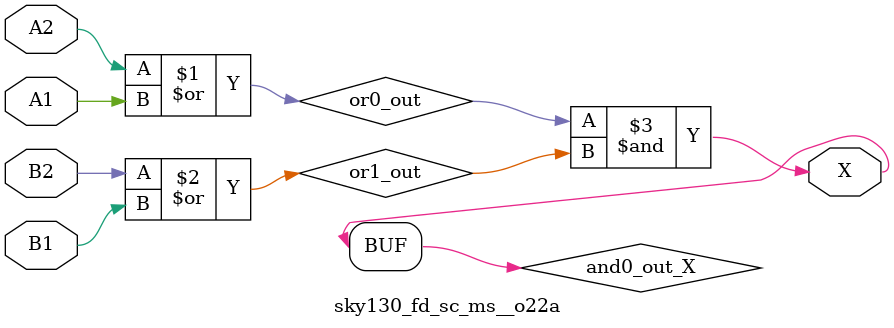
<source format=v>
/*
 * Copyright 2020 The SkyWater PDK Authors
 *
 * Licensed under the Apache License, Version 2.0 (the "License");
 * you may not use this file except in compliance with the License.
 * You may obtain a copy of the License at
 *
 *     https://www.apache.org/licenses/LICENSE-2.0
 *
 * Unless required by applicable law or agreed to in writing, software
 * distributed under the License is distributed on an "AS IS" BASIS,
 * WITHOUT WARRANTIES OR CONDITIONS OF ANY KIND, either express or implied.
 * See the License for the specific language governing permissions and
 * limitations under the License.
 *
 * SPDX-License-Identifier: Apache-2.0
*/


`ifndef SKY130_FD_SC_MS__O22A_FUNCTIONAL_V
`define SKY130_FD_SC_MS__O22A_FUNCTIONAL_V

/**
 * o22a: 2-input OR into both inputs of 2-input AND.
 *
 *       X = ((A1 | A2) & (B1 | B2))
 *
 * Verilog simulation functional model.
 */

`timescale 1ns / 1ps
`default_nettype none

`celldefine
module sky130_fd_sc_ms__o22a (
    X ,
    A1,
    A2,
    B1,
    B2
);

    // Module ports
    output X ;
    input  A1;
    input  A2;
    input  B1;
    input  B2;

    // Local signals
    wire or0_out   ;
    wire or1_out   ;
    wire and0_out_X;

    //  Name  Output      Other arguments
    or  or0  (or0_out   , A2, A1          );
    or  or1  (or1_out   , B2, B1          );
    and and0 (and0_out_X, or0_out, or1_out);
    buf buf0 (X         , and0_out_X      );

endmodule
`endcelldefine

`default_nettype wire
`endif  // SKY130_FD_SC_MS__O22A_FUNCTIONAL_V
</source>
